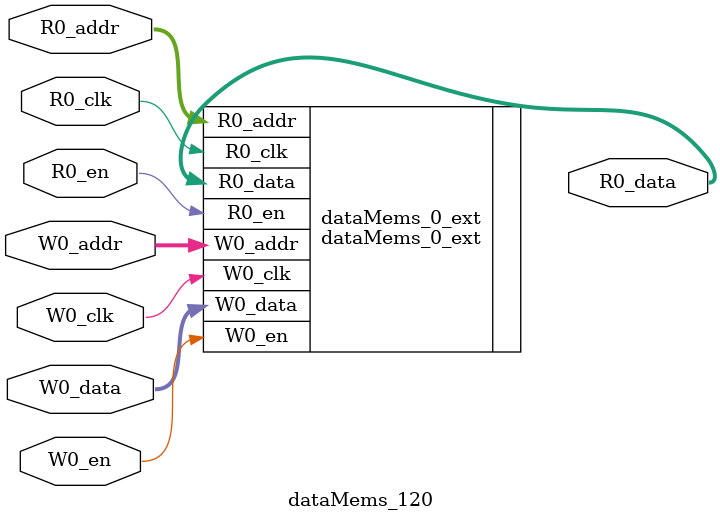
<source format=sv>
`ifndef RANDOMIZE
  `ifdef RANDOMIZE_REG_INIT
    `define RANDOMIZE
  `endif // RANDOMIZE_REG_INIT
`endif // not def RANDOMIZE
`ifndef RANDOMIZE
  `ifdef RANDOMIZE_MEM_INIT
    `define RANDOMIZE
  `endif // RANDOMIZE_MEM_INIT
`endif // not def RANDOMIZE

`ifndef RANDOM
  `define RANDOM $random
`endif // not def RANDOM

// Users can define 'PRINTF_COND' to add an extra gate to prints.
`ifndef PRINTF_COND_
  `ifdef PRINTF_COND
    `define PRINTF_COND_ (`PRINTF_COND)
  `else  // PRINTF_COND
    `define PRINTF_COND_ 1
  `endif // PRINTF_COND
`endif // not def PRINTF_COND_

// Users can define 'ASSERT_VERBOSE_COND' to add an extra gate to assert error printing.
`ifndef ASSERT_VERBOSE_COND_
  `ifdef ASSERT_VERBOSE_COND
    `define ASSERT_VERBOSE_COND_ (`ASSERT_VERBOSE_COND)
  `else  // ASSERT_VERBOSE_COND
    `define ASSERT_VERBOSE_COND_ 1
  `endif // ASSERT_VERBOSE_COND
`endif // not def ASSERT_VERBOSE_COND_

// Users can define 'STOP_COND' to add an extra gate to stop conditions.
`ifndef STOP_COND_
  `ifdef STOP_COND
    `define STOP_COND_ (`STOP_COND)
  `else  // STOP_COND
    `define STOP_COND_ 1
  `endif // STOP_COND
`endif // not def STOP_COND_

// Users can define INIT_RANDOM as general code that gets injected into the
// initializer block for modules with registers.
`ifndef INIT_RANDOM
  `define INIT_RANDOM
`endif // not def INIT_RANDOM

// If using random initialization, you can also define RANDOMIZE_DELAY to
// customize the delay used, otherwise 0.002 is used.
`ifndef RANDOMIZE_DELAY
  `define RANDOMIZE_DELAY 0.002
`endif // not def RANDOMIZE_DELAY

// Define INIT_RANDOM_PROLOG_ for use in our modules below.
`ifndef INIT_RANDOM_PROLOG_
  `ifdef RANDOMIZE
    `ifdef VERILATOR
      `define INIT_RANDOM_PROLOG_ `INIT_RANDOM
    `else  // VERILATOR
      `define INIT_RANDOM_PROLOG_ `INIT_RANDOM #`RANDOMIZE_DELAY begin end
    `endif // VERILATOR
  `else  // RANDOMIZE
    `define INIT_RANDOM_PROLOG_
  `endif // RANDOMIZE
`endif // not def INIT_RANDOM_PROLOG_

// Include register initializers in init blocks unless synthesis is set
`ifndef SYNTHESIS
  `ifndef ENABLE_INITIAL_REG_
    `define ENABLE_INITIAL_REG_
  `endif // not def ENABLE_INITIAL_REG_
`endif // not def SYNTHESIS

// Include rmemory initializers in init blocks unless synthesis is set
`ifndef SYNTHESIS
  `ifndef ENABLE_INITIAL_MEM_
    `define ENABLE_INITIAL_MEM_
  `endif // not def ENABLE_INITIAL_MEM_
`endif // not def SYNTHESIS

module dataMems_120(	// @[generators/ara/src/main/scala/UnsafeAXI4ToTL.scala:365:62]
  input  [4:0]  R0_addr,
  input         R0_en,
  input         R0_clk,
  output [66:0] R0_data,
  input  [4:0]  W0_addr,
  input         W0_en,
  input         W0_clk,
  input  [66:0] W0_data
);

  dataMems_0_ext dataMems_0_ext (	// @[generators/ara/src/main/scala/UnsafeAXI4ToTL.scala:365:62]
    .R0_addr (R0_addr),
    .R0_en   (R0_en),
    .R0_clk  (R0_clk),
    .R0_data (R0_data),
    .W0_addr (W0_addr),
    .W0_en   (W0_en),
    .W0_clk  (W0_clk),
    .W0_data (W0_data)
  );
endmodule


</source>
